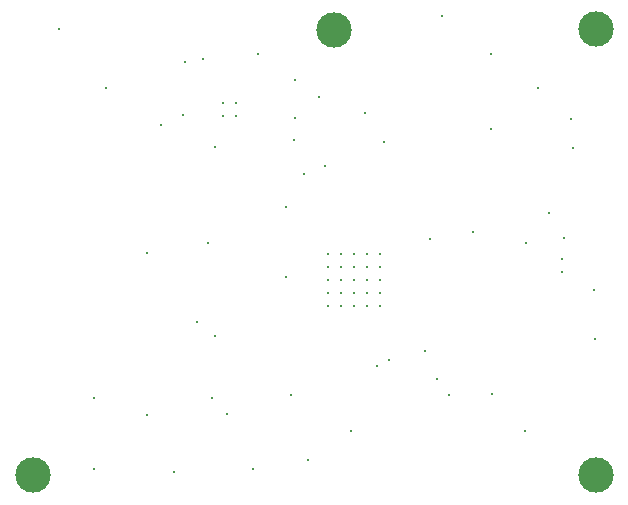
<source format=gbr>
%TF.GenerationSoftware,Altium Limited,Altium Designer,24.5.2 (23)*%
G04 Layer_Color=0*
%FSLAX45Y45*%
%MOMM*%
%TF.SameCoordinates,DE48C8CA-727C-43F3-B7AC-81352024B8C0*%
%TF.FilePolarity,Positive*%
%TF.FileFunction,Plated,1,2,PTH,Drill*%
%TF.Part,Single*%
G01*
G75*
%TA.AperFunction,OtherDrill,Pad Free-MH (97.3mm,109.2mm)*%
%ADD72C,3.00000*%
%TA.AperFunction,OtherDrill,Pad Free-MH (119.5mm,109.25mm)*%
%ADD73C,3.00000*%
%TA.AperFunction,OtherDrill,Pad Free-MH (119.5mm,71.5mm)*%
%ADD74C,3.00000*%
%TA.AperFunction,OtherDrill,Pad Free-MH1 (71.816mm,71.52mm)*%
%ADD75C,3.00000*%
%TA.AperFunction,ViaDrill,NotFilled*%
%ADD76C,0.30000*%
%ADD77C,0.20000*%
D72*
X9730000Y10920000D02*
D03*
D73*
X11950000Y10925000D02*
D03*
D74*
Y7150000D02*
D03*
D75*
X7181605Y7152000D02*
D03*
D76*
X11680000Y9160000D02*
D03*
X10160000Y9970000D02*
D03*
X10650000Y11040000D02*
D03*
X8670000Y9117500D02*
D03*
X11550000Y9370000D02*
D03*
X11457500Y10427500D02*
D03*
X8722500Y9932500D02*
D03*
X7402500Y10930000D02*
D03*
X9087500Y10715000D02*
D03*
X9605000Y10352500D02*
D03*
X9400000Y10175000D02*
D03*
Y10500000D02*
D03*
X9392500Y9985000D02*
D03*
X8152500Y9030000D02*
D03*
X8147500Y7662500D02*
D03*
X8830000Y7665000D02*
D03*
X9365000Y7827500D02*
D03*
X10602500Y7962500D02*
D03*
X10500000Y8200000D02*
D03*
X11067500Y7835000D02*
D03*
X10710000Y7830000D02*
D03*
X7697500Y7807500D02*
D03*
X8697500Y7800000D02*
D03*
X11060000Y10720000D02*
D03*
Y10080000D02*
D03*
X10910000Y9210000D02*
D03*
X11360000Y9120000D02*
D03*
X11660000Y8870000D02*
D03*
Y8980000D02*
D03*
X11930000Y8720000D02*
D03*
X11940000Y8300000D02*
D03*
X11350000Y7525000D02*
D03*
X9875000D02*
D03*
X10200000Y8125000D02*
D03*
X9475000Y9700000D02*
D03*
X9652500Y9765000D02*
D03*
X8375000Y7175000D02*
D03*
X7700000Y7200000D02*
D03*
X9050000D02*
D03*
X8725000Y8325000D02*
D03*
X8575000Y8450000D02*
D03*
X7800000Y10425000D02*
D03*
X8625000Y10675000D02*
D03*
X8475000Y10650000D02*
D03*
X10547500Y9150000D02*
D03*
X9325000Y9425000D02*
D03*
X10100000Y8075000D02*
D03*
X9325000Y8825000D02*
D03*
X9997500Y10217500D02*
D03*
X9515000Y7277500D02*
D03*
X11760000Y9920000D02*
D03*
X11740000Y10167500D02*
D03*
X8457500Y10202500D02*
D03*
X8267500Y10117500D02*
D03*
D77*
X9680000Y9020000D02*
D03*
X9790000D02*
D03*
X9900000D02*
D03*
X10010000D02*
D03*
X10120000D02*
D03*
X9680000Y8910000D02*
D03*
X9790000D02*
D03*
X9900000D02*
D03*
X10010000D02*
D03*
X10120000D02*
D03*
X9680000Y8800000D02*
D03*
X9790000D02*
D03*
X9900000D02*
D03*
X10010000D02*
D03*
X10120000D02*
D03*
X9680000Y8690000D02*
D03*
X9790000D02*
D03*
X9900000D02*
D03*
X10010000D02*
D03*
X10120000D02*
D03*
X9680000Y8580000D02*
D03*
X9790000D02*
D03*
X9900000D02*
D03*
X10010000D02*
D03*
X10120000D02*
D03*
X8902500Y10195000D02*
D03*
Y10305000D02*
D03*
X8792500D02*
D03*
Y10195000D02*
D03*
%TF.MD5,5f545752aeaeef397d14732602bc8484*%
M02*

</source>
